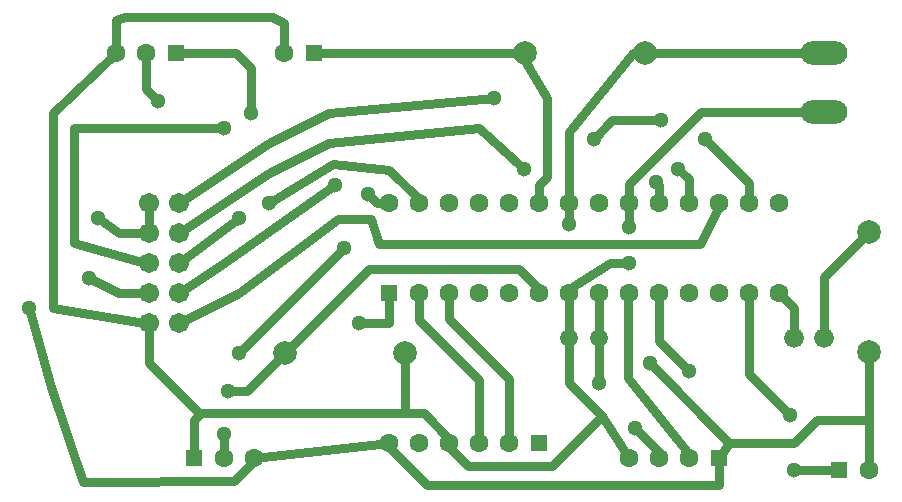
<source format=gbl>
%FSLAX46Y46*%
G04 Gerber Fmt 4.6, Leading zero omitted, Abs format (unit mm)*
G04 Created by KiCad (PCBNEW (2014-07-02 BZR 4969)-product) date sáb 05 jul 2014 16:40:05 ART*
%MOMM*%
G01*
G04 APERTURE LIST*
%ADD10C,0.100000*%
%ADD11C,1.501140*%
%ADD12C,1.676400*%
%ADD13C,1.597000*%
%ADD14R,1.397000X1.397000*%
%ADD15O,3.962400X1.981200*%
%ADD16C,1.706220*%
%ADD17C,1.998980*%
%ADD18C,1.300000*%
%ADD19C,0.800000*%
G04 APERTURE END LIST*
D10*
D11*
X148589999Y-132079999D03*
X146049999Y-132079999D03*
D12*
X165099999Y-132079999D03*
X167639999Y-132079999D03*
D13*
X133349999Y-128269999D03*
X135889999Y-128269999D03*
X138429999Y-128269999D03*
X140969999Y-128269999D03*
X143509999Y-128269999D03*
X146049999Y-128269999D03*
X148589999Y-128269999D03*
X151129999Y-128269999D03*
X153669999Y-128269999D03*
X156209999Y-128269999D03*
X158749999Y-128269999D03*
X161289999Y-128269999D03*
X163829999Y-128269999D03*
D14*
X130809999Y-128269999D03*
D13*
X163829999Y-120649999D03*
X161289999Y-120649999D03*
X158749999Y-120649999D03*
X156209999Y-120649999D03*
X153669999Y-120649999D03*
X151129999Y-120649999D03*
X148589999Y-120649999D03*
X146049999Y-120649999D03*
X143509999Y-120649999D03*
X140969999Y-120649999D03*
X138429999Y-120649999D03*
X135889999Y-120649999D03*
X133349999Y-120649999D03*
X130809999Y-120649999D03*
D14*
X112775999Y-107949999D03*
D13*
X110235999Y-107949999D03*
X107695999Y-107949999D03*
D14*
X114299999Y-142239999D03*
D13*
X116839999Y-142239999D03*
X119379999Y-142239999D03*
D15*
X167639999Y-107975399D03*
X167639999Y-112979199D03*
D16*
X113029999Y-130809999D03*
X110489999Y-130809999D03*
X113029999Y-128269999D03*
X110489999Y-128269999D03*
X113029999Y-125729999D03*
X110489999Y-125729999D03*
X113029999Y-123189999D03*
X110489999Y-123189999D03*
X113029999Y-120649999D03*
X110489999Y-120649999D03*
D14*
X158749999Y-142239999D03*
D13*
X156209999Y-142239999D03*
X153669999Y-142239999D03*
X151129999Y-142239999D03*
D14*
X124459999Y-107949999D03*
D13*
X121919999Y-107949999D03*
D14*
X143509999Y-140969999D03*
D13*
X140969999Y-140969999D03*
X138429999Y-140969999D03*
X135889999Y-140969999D03*
X133349999Y-140969999D03*
X130809999Y-140969999D03*
D17*
X171449999Y-133271259D03*
X171449999Y-123111259D03*
X142318739Y-107949999D03*
X152478739Y-107949999D03*
X121998739Y-133349999D03*
X132158739Y-133349999D03*
D14*
X168909999Y-143255999D03*
D13*
X171449999Y-143255999D03*
D18*
X146049999Y-122427999D03*
X106171999Y-121919999D03*
X100329999Y-129539999D03*
X148589999Y-135889999D03*
X152856899Y-134217099D03*
X151129999Y-122681999D03*
X151129999Y-125770299D03*
X116839999Y-140207999D03*
X117123399Y-136562999D03*
X151637999Y-139699999D03*
X156198599Y-134932599D03*
X165099999Y-143255999D03*
X164786299Y-138658399D03*
X126237999Y-119125999D03*
X148147399Y-115229399D03*
X153804799Y-113667299D03*
X157538299Y-115257999D03*
X139699999Y-111759999D03*
X155294099Y-117773299D03*
X142214099Y-117843699D03*
X153415999Y-118871999D03*
X116839999Y-114299999D03*
X120649999Y-120649999D03*
X129031999Y-119887999D03*
X105409999Y-126999999D03*
X118109999Y-133349999D03*
X126999999Y-124459999D03*
X128269999Y-130809999D03*
X119125999Y-113029999D03*
X118109999Y-121919999D03*
X111251999Y-112013999D03*
D19*
X152478739Y-107949999D02*
X167614599Y-107949999D01*
X167614599Y-107949999D02*
X167639999Y-107975399D01*
X158749999Y-142239999D02*
X158749999Y-144531520D01*
X158749999Y-144531520D02*
X158749999Y-144525999D01*
X158749999Y-144525999D02*
X158749999Y-144531520D01*
X146049999Y-120649999D02*
X146049999Y-122427999D01*
X107949999Y-123189999D02*
X106171999Y-121919999D01*
X102197999Y-136293999D02*
X100329999Y-129539999D01*
X104901999Y-144271999D02*
X102197999Y-136293999D01*
X117692799Y-144243199D02*
X104901999Y-144271999D01*
X119379999Y-142555999D02*
X117692799Y-144243199D01*
X107949999Y-123189999D02*
X110489999Y-123189999D01*
X148589999Y-135889999D02*
X148589999Y-132079999D01*
X171449999Y-133271299D02*
X171449999Y-139055799D01*
X171449999Y-139055799D02*
X171449999Y-143255999D01*
X160023399Y-140969999D02*
X160648799Y-140969999D01*
X148589999Y-128269999D02*
X148589999Y-132079999D01*
X158749999Y-142239999D02*
X159613399Y-140969999D01*
X152860499Y-134217099D02*
X152856899Y-134217099D01*
X159613399Y-140969999D02*
X152860499Y-134217099D01*
X159613399Y-140969999D02*
X160023399Y-140969999D01*
X130809999Y-141342499D02*
X130809999Y-140969999D01*
X134052699Y-144585199D02*
X130809999Y-141342499D01*
X158749999Y-144531520D02*
X134052699Y-144585199D01*
X110489999Y-120649999D02*
X110489999Y-123189999D01*
X130809999Y-140969999D02*
X119379999Y-142239999D01*
X119379999Y-142239999D02*
X119379999Y-142555999D01*
X151494399Y-107949999D02*
X152478699Y-107949999D01*
X146049999Y-114664399D02*
X151494399Y-107949999D01*
X146049999Y-120649999D02*
X146049999Y-114664399D01*
X167005599Y-139055799D02*
X171449999Y-139055799D01*
X165091399Y-140969999D02*
X167005599Y-139055799D01*
X160648799Y-140969999D02*
X165091399Y-140969999D01*
X167639999Y-112979199D02*
X157200399Y-112979199D01*
X156771899Y-113407699D02*
X151129999Y-119049599D01*
X151129999Y-119049599D02*
X151129999Y-120649999D01*
X157200399Y-112979199D02*
X156771899Y-113407699D01*
X121919999Y-107949999D02*
X121919999Y-105409999D01*
X107695999Y-105155999D02*
X107695999Y-107949999D01*
X108457999Y-104901999D02*
X107695999Y-105155999D01*
X120903999Y-104901999D02*
X108457999Y-104901999D01*
X121919999Y-105409999D02*
X120903999Y-104901999D01*
X151129999Y-120649999D02*
X151129999Y-122681999D01*
X146049999Y-127962899D02*
X149512599Y-125770299D01*
X149512599Y-125770299D02*
X151129999Y-125770299D01*
X146049999Y-132079999D02*
X146049999Y-128269999D01*
X144603299Y-142975899D02*
X148869599Y-138709599D01*
X137521099Y-142975899D02*
X144603299Y-142975899D01*
X135889999Y-141344799D02*
X137521099Y-142975899D01*
X135889999Y-140969999D02*
X135889999Y-141344799D01*
X151129999Y-142239999D02*
X148869599Y-138709599D01*
X146049999Y-135889999D02*
X146049999Y-132079999D01*
X148869599Y-138709599D02*
X146049999Y-135889999D01*
X107695999Y-107949999D02*
X107695999Y-107804699D01*
X114299999Y-142239999D02*
X114299999Y-139071199D01*
X132158699Y-133349999D02*
X132158699Y-138482299D01*
X133738399Y-138482299D02*
X132158699Y-138482299D01*
X135889999Y-140633899D02*
X133738399Y-138482299D01*
X135889999Y-140969999D02*
X135889999Y-140633899D01*
X110080799Y-130809999D02*
X110489999Y-130809999D01*
X102361999Y-129539999D02*
X110080799Y-130809999D01*
X102361999Y-113029999D02*
X102361999Y-129539999D01*
X107695999Y-107949999D02*
X102361999Y-113029999D01*
X114738699Y-138632499D02*
X114299999Y-139071199D01*
X114738699Y-138482299D02*
X114738699Y-138632499D01*
X110489999Y-134233599D02*
X114738699Y-138482299D01*
X110489999Y-130809999D02*
X110489999Y-134233599D01*
X114738699Y-138482299D02*
X132158699Y-138482299D01*
X146049999Y-128269999D02*
X146049999Y-127962899D01*
X165099999Y-129539899D02*
X165099999Y-132079999D01*
X165099899Y-129539899D02*
X165099999Y-129539899D01*
X163829999Y-128269999D02*
X165099899Y-129539899D01*
X167639999Y-126921299D02*
X167639999Y-132079999D01*
X171449999Y-123111299D02*
X167639999Y-126921299D01*
X133349999Y-130608999D02*
X133349999Y-128269999D01*
X138429999Y-135688999D02*
X133349999Y-130608999D01*
X138429999Y-140969999D02*
X138429999Y-135688999D01*
X135889999Y-130521499D02*
X135889999Y-128269999D01*
X140969999Y-135601499D02*
X135889999Y-130521499D01*
X140969999Y-140969999D02*
X140969999Y-135601499D01*
X116839999Y-142239999D02*
X116839999Y-140207999D01*
X118785699Y-136562999D02*
X121998699Y-133349999D01*
X118785699Y-136562999D02*
X117123399Y-136562999D01*
X129079199Y-126269499D02*
X121998699Y-133349999D01*
X141818599Y-126269499D02*
X129079199Y-126269499D01*
X143509999Y-127960899D02*
X141818599Y-126269499D01*
X143509999Y-128269999D02*
X143509999Y-127960899D01*
X150994699Y-128405299D02*
X151129999Y-128269999D01*
X150994699Y-135467699D02*
X150994699Y-128405299D01*
X156209999Y-141952999D02*
X150994699Y-135467699D01*
X156209999Y-142239999D02*
X156209999Y-141952999D01*
X153669999Y-142239999D02*
X153669999Y-141731999D01*
X153669999Y-141731999D02*
X151637999Y-139699999D01*
X153669999Y-132403999D02*
X153669999Y-128269999D01*
X156198599Y-134932599D02*
X153669999Y-132403999D01*
X168909999Y-143255999D02*
X165099999Y-143255999D01*
X161289999Y-135162099D02*
X161289999Y-128269999D01*
X164786299Y-138658399D02*
X161289999Y-135162099D01*
X116839999Y-125729999D02*
X125719299Y-119463699D01*
X113029999Y-128269999D02*
X116839999Y-125729999D01*
X161289999Y-119009699D02*
X161289999Y-120649999D01*
X157538299Y-115257999D02*
X161289999Y-119009699D01*
X149709499Y-113667299D02*
X148147399Y-115229399D01*
X153804799Y-113667299D02*
X149709499Y-113667299D01*
X125719299Y-119463699D02*
X126237999Y-119125999D01*
X158749999Y-121007599D02*
X158749999Y-120649999D01*
X157108699Y-124172899D02*
X158749999Y-121007599D01*
X129915399Y-124172899D02*
X157108699Y-124172899D01*
X129290699Y-122024199D02*
X129915399Y-124172899D01*
X126438099Y-122024199D02*
X129290699Y-122024199D01*
X118109999Y-128269999D02*
X126438099Y-122024199D01*
X113029999Y-130809999D02*
X118109999Y-128269999D01*
X139699999Y-111759999D02*
X125729999Y-113029999D01*
X125729999Y-113029999D02*
X120649999Y-115569999D01*
X113029999Y-120649999D02*
X120649999Y-115569999D01*
X156209999Y-118689199D02*
X156209999Y-120649999D01*
X156209999Y-118689199D02*
X155294099Y-117773299D01*
X153669999Y-120649999D02*
X153669999Y-119125999D01*
X142214099Y-117843699D02*
X138429999Y-114299999D01*
X138429999Y-114299999D02*
X125729999Y-115569999D01*
X125729999Y-115569999D02*
X120649999Y-118109999D01*
X120649999Y-118109999D02*
X113029999Y-123189999D01*
X153669999Y-119125999D02*
X153415999Y-118871999D01*
X124459999Y-107949999D02*
X142318739Y-107949999D01*
X142318699Y-108683599D02*
X142318699Y-107949999D01*
X143509999Y-119164599D02*
X143509999Y-120649999D01*
X144167799Y-118506799D02*
X143509999Y-119164599D01*
X144167799Y-111802699D02*
X144167799Y-118506799D01*
X142318699Y-108683599D02*
X144167799Y-111802699D01*
X133349999Y-120363099D02*
X133349999Y-120649999D01*
X130836999Y-117850099D02*
X133349999Y-120363099D01*
X126066175Y-117400293D02*
X130836999Y-117850099D01*
X120649999Y-120649999D02*
X126066175Y-117400293D01*
X104139999Y-114299999D02*
X116839999Y-114299999D01*
X104118499Y-119761299D02*
X104139999Y-114299999D01*
X104118499Y-124059799D02*
X104118499Y-119761299D01*
X110106699Y-125729999D02*
X104118499Y-124059799D01*
X110489999Y-125729999D02*
X110106699Y-125729999D01*
X130809999Y-120649999D02*
X129793999Y-120649999D01*
X129793999Y-120649999D02*
X129031999Y-119887999D01*
X126999999Y-124459999D02*
X118109999Y-133349999D01*
X105409999Y-126999999D02*
X107949999Y-128269999D01*
X110489999Y-128269999D02*
X107949999Y-128269999D01*
X112775999Y-107949999D02*
X117855999Y-107949999D01*
X130809999Y-130809999D02*
X128269999Y-130809999D01*
X130809999Y-130809999D02*
X130809999Y-128269999D01*
X119125999Y-109219999D02*
X119125999Y-113029999D01*
X117855999Y-107949999D02*
X119125999Y-109219999D01*
X110235999Y-107949999D02*
X110235999Y-110997999D01*
X118109999Y-121919999D02*
X113029999Y-125729999D01*
X110235999Y-110997999D02*
X111251999Y-112013999D01*
M02*

</source>
